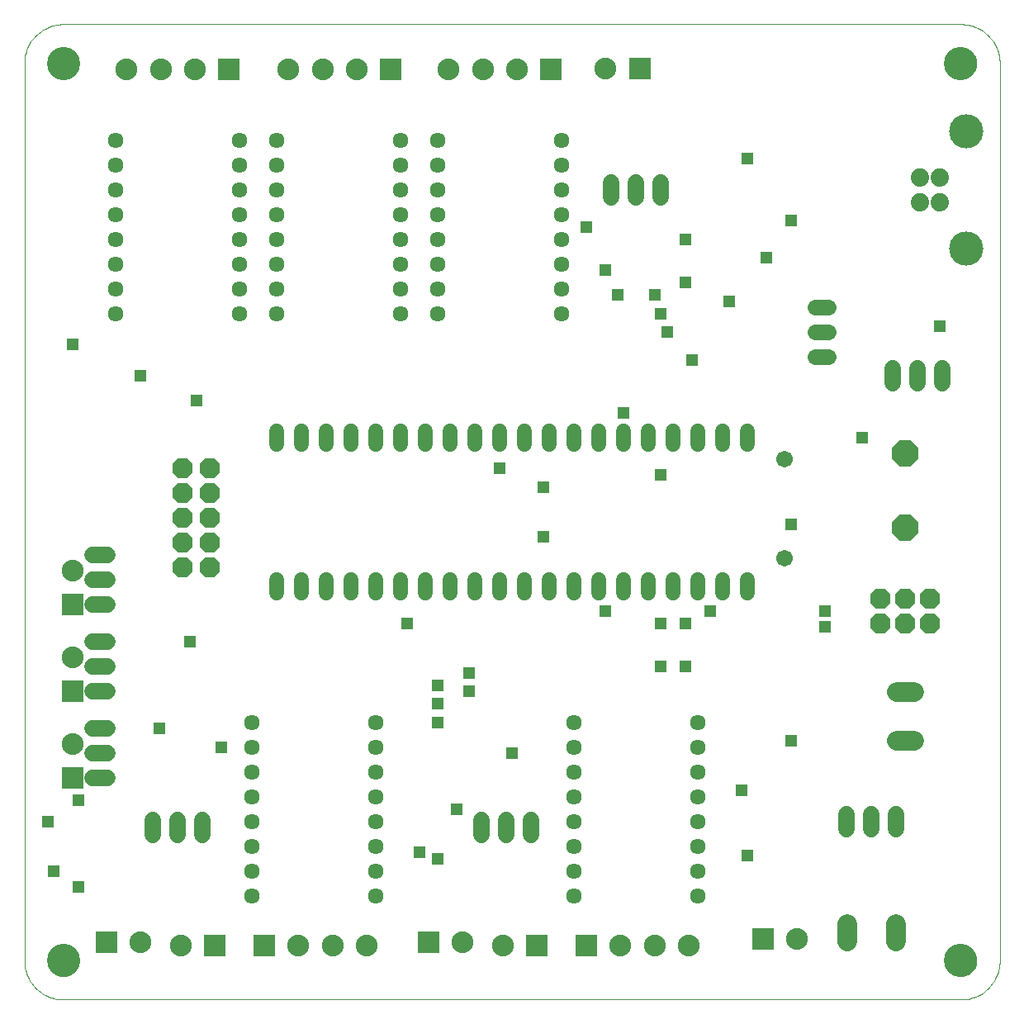
<source format=gbs>
G75*
G70*
%OFA0B0*%
%FSLAX24Y24*%
%IPPOS*%
%LPD*%
%AMOC8*
5,1,8,0,0,1.08239X$1,22.5*
%
%ADD10C,0.0740*%
%ADD11C,0.1380*%
%ADD12C,0.0600*%
%ADD13C,0.0671*%
%ADD14OC8,0.0820*%
%ADD15C,0.0785*%
%ADD16R,0.0880X0.0880*%
%ADD17C,0.0880*%
%ADD18C,0.0680*%
%ADD19C,0.0634*%
%ADD20C,0.0674*%
%ADD21C,0.0000*%
%ADD22C,0.1340*%
%ADD23OC8,0.1080*%
%ADD24C,0.0640*%
%ADD25R,0.0476X0.0476*%
D10*
X040786Y035609D03*
X041566Y035609D03*
X041566Y036593D03*
X040786Y036593D03*
D11*
X042636Y038471D03*
X042636Y033731D03*
D12*
X033816Y026361D02*
X033816Y025841D01*
X032816Y025841D02*
X032816Y026361D01*
X031816Y026361D02*
X031816Y025841D01*
X030816Y025841D02*
X030816Y026361D01*
X029816Y026361D02*
X029816Y025841D01*
X028816Y025841D02*
X028816Y026361D01*
X027816Y026361D02*
X027816Y025841D01*
X026816Y025841D02*
X026816Y026361D01*
X025816Y026361D02*
X025816Y025841D01*
X024816Y025841D02*
X024816Y026361D01*
X023816Y026361D02*
X023816Y025841D01*
X022816Y025841D02*
X022816Y026361D01*
X021816Y026361D02*
X021816Y025841D01*
X020816Y025841D02*
X020816Y026361D01*
X019816Y026361D02*
X019816Y025841D01*
X018816Y025841D02*
X018816Y026361D01*
X017816Y026361D02*
X017816Y025841D01*
X016816Y025841D02*
X016816Y026361D01*
X015816Y026361D02*
X015816Y025841D01*
X014816Y025841D02*
X014816Y026361D01*
X014816Y020361D02*
X014816Y019841D01*
X015816Y019841D02*
X015816Y020361D01*
X016816Y020361D02*
X016816Y019841D01*
X017816Y019841D02*
X017816Y020361D01*
X018816Y020361D02*
X018816Y019841D01*
X019816Y019841D02*
X019816Y020361D01*
X020816Y020361D02*
X020816Y019841D01*
X021816Y019841D02*
X021816Y020361D01*
X022816Y020361D02*
X022816Y019841D01*
X023816Y019841D02*
X023816Y020361D01*
X024816Y020361D02*
X024816Y019841D01*
X025816Y019841D02*
X025816Y020361D01*
X026816Y020361D02*
X026816Y019841D01*
X027816Y019841D02*
X027816Y020361D01*
X028816Y020361D02*
X028816Y019841D01*
X029816Y019841D02*
X029816Y020361D01*
X030816Y020361D02*
X030816Y019841D01*
X031816Y019841D02*
X031816Y020361D01*
X032816Y020361D02*
X032816Y019841D01*
X033816Y019841D02*
X033816Y020361D01*
D13*
X035316Y021226D03*
X035316Y025226D03*
D14*
X039191Y019601D03*
X040191Y019601D03*
X041191Y019601D03*
X041191Y018601D03*
X040191Y018601D03*
X039191Y018601D03*
X012116Y020851D03*
X011016Y020851D03*
X011016Y021851D03*
X011016Y022851D03*
X011016Y023851D03*
X011016Y024851D03*
X012116Y024851D03*
X012116Y023851D03*
X012116Y022851D03*
X012116Y021851D03*
D15*
X037831Y006453D02*
X037831Y005748D01*
X039800Y005748D02*
X039800Y006453D01*
X039838Y013866D02*
X040543Y013866D01*
X040543Y015835D02*
X039838Y015835D01*
D16*
X034441Y005851D03*
X027316Y005601D03*
X025316Y005601D03*
X020941Y005726D03*
X014316Y005601D03*
X012316Y005601D03*
X007941Y005726D03*
X006566Y012351D03*
X006566Y015851D03*
X006566Y019351D03*
X012887Y040975D03*
X019422Y040975D03*
X025887Y040975D03*
X029469Y040998D03*
D17*
X028091Y040998D03*
X024509Y040975D03*
X023131Y040975D03*
X021753Y040975D03*
X018044Y040975D03*
X016666Y040975D03*
X015288Y040975D03*
X011509Y040975D03*
X010131Y040975D03*
X008753Y040975D03*
X006566Y020729D03*
X006566Y017229D03*
X006566Y013729D03*
X009319Y005726D03*
X010938Y005601D03*
X015694Y005601D03*
X017072Y005601D03*
X018450Y005601D03*
X022319Y005726D03*
X023938Y005601D03*
X028694Y005601D03*
X030072Y005601D03*
X031450Y005601D03*
X035819Y005851D03*
D18*
X037816Y010301D02*
X037816Y010901D01*
X038816Y010901D02*
X038816Y010301D01*
X039816Y010301D02*
X039816Y010901D01*
X025066Y010651D02*
X025066Y010051D01*
X024066Y010051D02*
X024066Y010651D01*
X023066Y010651D02*
X023066Y010051D01*
X011816Y010051D02*
X011816Y010651D01*
X010816Y010651D02*
X010816Y010051D01*
X009816Y010051D02*
X009816Y010651D01*
X028316Y035801D02*
X028316Y036401D01*
X029316Y036401D02*
X029316Y035801D01*
X030316Y035801D02*
X030316Y036401D01*
X039691Y028901D02*
X039691Y028301D01*
X040691Y028301D02*
X040691Y028901D01*
X041691Y028901D02*
X041691Y028301D01*
D19*
X031816Y014601D03*
X031816Y013601D03*
X031816Y012601D03*
X031816Y011601D03*
X031816Y010601D03*
X031816Y009601D03*
X031816Y008601D03*
X031816Y007601D03*
X026816Y007601D03*
X026816Y008601D03*
X026816Y009601D03*
X026816Y010601D03*
X026816Y011601D03*
X026816Y012601D03*
X026816Y013601D03*
X026816Y014601D03*
X018816Y014601D03*
X018816Y013601D03*
X018816Y012601D03*
X018816Y011601D03*
X018816Y010601D03*
X018816Y009601D03*
X018816Y008601D03*
X018816Y007601D03*
X013816Y007601D03*
X013816Y008601D03*
X013816Y009601D03*
X013816Y010601D03*
X013816Y011601D03*
X013816Y012601D03*
X013816Y013601D03*
X013816Y014601D03*
X013316Y031101D03*
X013316Y032101D03*
X013316Y033101D03*
X013316Y034101D03*
X013316Y035101D03*
X013316Y036101D03*
X013316Y037101D03*
X013316Y038101D03*
X014816Y038101D03*
X014816Y037101D03*
X014816Y036101D03*
X014816Y035101D03*
X014816Y034101D03*
X014816Y033101D03*
X014816Y032101D03*
X014816Y031101D03*
X019816Y031101D03*
X019816Y032101D03*
X019816Y033101D03*
X019816Y034101D03*
X019816Y035101D03*
X019816Y036101D03*
X019816Y037101D03*
X019816Y038101D03*
X021316Y038101D03*
X021316Y037101D03*
X021316Y036101D03*
X021316Y035101D03*
X021316Y034101D03*
X021316Y033101D03*
X021316Y032101D03*
X021316Y031101D03*
X026316Y031101D03*
X026316Y032101D03*
X026316Y033101D03*
X026316Y034101D03*
X026316Y035101D03*
X026316Y036101D03*
X026316Y037101D03*
X026316Y038101D03*
X008316Y038101D03*
X008316Y037101D03*
X008316Y036101D03*
X008316Y035101D03*
X008316Y034101D03*
X008316Y033101D03*
X008316Y032101D03*
X008316Y031101D03*
D20*
X007988Y021351D02*
X007394Y021351D01*
X007394Y020351D02*
X007988Y020351D01*
X007988Y019351D02*
X007394Y019351D01*
X007394Y017851D02*
X007988Y017851D01*
X007988Y016851D02*
X007394Y016851D01*
X007394Y015851D02*
X007988Y015851D01*
X007988Y014351D02*
X007394Y014351D01*
X007394Y013351D02*
X007988Y013351D01*
X007988Y012351D02*
X007394Y012351D01*
D21*
X004631Y004990D02*
X004631Y041211D01*
X005576Y041211D02*
X005578Y041261D01*
X005584Y041311D01*
X005594Y041360D01*
X005608Y041408D01*
X005625Y041455D01*
X005646Y041500D01*
X005671Y041544D01*
X005699Y041585D01*
X005731Y041624D01*
X005765Y041661D01*
X005802Y041695D01*
X005842Y041725D01*
X005884Y041752D01*
X005928Y041776D01*
X005974Y041797D01*
X006021Y041813D01*
X006069Y041826D01*
X006119Y041835D01*
X006168Y041840D01*
X006219Y041841D01*
X006269Y041838D01*
X006318Y041831D01*
X006367Y041820D01*
X006415Y041805D01*
X006461Y041787D01*
X006506Y041765D01*
X006549Y041739D01*
X006590Y041710D01*
X006629Y041678D01*
X006665Y041643D01*
X006697Y041605D01*
X006727Y041565D01*
X006754Y041522D01*
X006777Y041478D01*
X006796Y041432D01*
X006812Y041384D01*
X006824Y041335D01*
X006832Y041286D01*
X006836Y041236D01*
X006836Y041186D01*
X006832Y041136D01*
X006824Y041087D01*
X006812Y041038D01*
X006796Y040990D01*
X006777Y040944D01*
X006754Y040900D01*
X006727Y040857D01*
X006697Y040817D01*
X006665Y040779D01*
X006629Y040744D01*
X006590Y040712D01*
X006549Y040683D01*
X006506Y040657D01*
X006461Y040635D01*
X006415Y040617D01*
X006367Y040602D01*
X006318Y040591D01*
X006269Y040584D01*
X006219Y040581D01*
X006168Y040582D01*
X006119Y040587D01*
X006069Y040596D01*
X006021Y040609D01*
X005974Y040625D01*
X005928Y040646D01*
X005884Y040670D01*
X005842Y040697D01*
X005802Y040727D01*
X005765Y040761D01*
X005731Y040798D01*
X005699Y040837D01*
X005671Y040878D01*
X005646Y040922D01*
X005625Y040967D01*
X005608Y041014D01*
X005594Y041062D01*
X005584Y041111D01*
X005578Y041161D01*
X005576Y041211D01*
X004631Y041211D02*
X004633Y041288D01*
X004639Y041365D01*
X004648Y041442D01*
X004661Y041518D01*
X004678Y041594D01*
X004699Y041668D01*
X004723Y041742D01*
X004751Y041814D01*
X004782Y041884D01*
X004817Y041953D01*
X004855Y042021D01*
X004896Y042086D01*
X004941Y042149D01*
X004989Y042210D01*
X005039Y042269D01*
X005092Y042325D01*
X005148Y042378D01*
X005207Y042428D01*
X005268Y042476D01*
X005331Y042521D01*
X005396Y042562D01*
X005464Y042600D01*
X005533Y042635D01*
X005603Y042666D01*
X005675Y042694D01*
X005749Y042718D01*
X005823Y042739D01*
X005899Y042756D01*
X005975Y042769D01*
X006052Y042778D01*
X006129Y042784D01*
X006206Y042786D01*
X042426Y042786D01*
X041796Y041211D02*
X041798Y041261D01*
X041804Y041311D01*
X041814Y041360D01*
X041828Y041408D01*
X041845Y041455D01*
X041866Y041500D01*
X041891Y041544D01*
X041919Y041585D01*
X041951Y041624D01*
X041985Y041661D01*
X042022Y041695D01*
X042062Y041725D01*
X042104Y041752D01*
X042148Y041776D01*
X042194Y041797D01*
X042241Y041813D01*
X042289Y041826D01*
X042339Y041835D01*
X042388Y041840D01*
X042439Y041841D01*
X042489Y041838D01*
X042538Y041831D01*
X042587Y041820D01*
X042635Y041805D01*
X042681Y041787D01*
X042726Y041765D01*
X042769Y041739D01*
X042810Y041710D01*
X042849Y041678D01*
X042885Y041643D01*
X042917Y041605D01*
X042947Y041565D01*
X042974Y041522D01*
X042997Y041478D01*
X043016Y041432D01*
X043032Y041384D01*
X043044Y041335D01*
X043052Y041286D01*
X043056Y041236D01*
X043056Y041186D01*
X043052Y041136D01*
X043044Y041087D01*
X043032Y041038D01*
X043016Y040990D01*
X042997Y040944D01*
X042974Y040900D01*
X042947Y040857D01*
X042917Y040817D01*
X042885Y040779D01*
X042849Y040744D01*
X042810Y040712D01*
X042769Y040683D01*
X042726Y040657D01*
X042681Y040635D01*
X042635Y040617D01*
X042587Y040602D01*
X042538Y040591D01*
X042489Y040584D01*
X042439Y040581D01*
X042388Y040582D01*
X042339Y040587D01*
X042289Y040596D01*
X042241Y040609D01*
X042194Y040625D01*
X042148Y040646D01*
X042104Y040670D01*
X042062Y040697D01*
X042022Y040727D01*
X041985Y040761D01*
X041951Y040798D01*
X041919Y040837D01*
X041891Y040878D01*
X041866Y040922D01*
X041845Y040967D01*
X041828Y041014D01*
X041814Y041062D01*
X041804Y041111D01*
X041798Y041161D01*
X041796Y041211D01*
X042426Y042786D02*
X042503Y042784D01*
X042580Y042778D01*
X042657Y042769D01*
X042733Y042756D01*
X042809Y042739D01*
X042883Y042718D01*
X042957Y042694D01*
X043029Y042666D01*
X043099Y042635D01*
X043168Y042600D01*
X043236Y042562D01*
X043301Y042521D01*
X043364Y042476D01*
X043425Y042428D01*
X043484Y042378D01*
X043540Y042325D01*
X043593Y042269D01*
X043643Y042210D01*
X043691Y042149D01*
X043736Y042086D01*
X043777Y042021D01*
X043815Y041953D01*
X043850Y041884D01*
X043881Y041814D01*
X043909Y041742D01*
X043933Y041668D01*
X043954Y041594D01*
X043971Y041518D01*
X043984Y041442D01*
X043993Y041365D01*
X043999Y041288D01*
X044001Y041211D01*
X044001Y004990D01*
X041796Y004990D02*
X041798Y005040D01*
X041804Y005090D01*
X041814Y005139D01*
X041828Y005187D01*
X041845Y005234D01*
X041866Y005279D01*
X041891Y005323D01*
X041919Y005364D01*
X041951Y005403D01*
X041985Y005440D01*
X042022Y005474D01*
X042062Y005504D01*
X042104Y005531D01*
X042148Y005555D01*
X042194Y005576D01*
X042241Y005592D01*
X042289Y005605D01*
X042339Y005614D01*
X042388Y005619D01*
X042439Y005620D01*
X042489Y005617D01*
X042538Y005610D01*
X042587Y005599D01*
X042635Y005584D01*
X042681Y005566D01*
X042726Y005544D01*
X042769Y005518D01*
X042810Y005489D01*
X042849Y005457D01*
X042885Y005422D01*
X042917Y005384D01*
X042947Y005344D01*
X042974Y005301D01*
X042997Y005257D01*
X043016Y005211D01*
X043032Y005163D01*
X043044Y005114D01*
X043052Y005065D01*
X043056Y005015D01*
X043056Y004965D01*
X043052Y004915D01*
X043044Y004866D01*
X043032Y004817D01*
X043016Y004769D01*
X042997Y004723D01*
X042974Y004679D01*
X042947Y004636D01*
X042917Y004596D01*
X042885Y004558D01*
X042849Y004523D01*
X042810Y004491D01*
X042769Y004462D01*
X042726Y004436D01*
X042681Y004414D01*
X042635Y004396D01*
X042587Y004381D01*
X042538Y004370D01*
X042489Y004363D01*
X042439Y004360D01*
X042388Y004361D01*
X042339Y004366D01*
X042289Y004375D01*
X042241Y004388D01*
X042194Y004404D01*
X042148Y004425D01*
X042104Y004449D01*
X042062Y004476D01*
X042022Y004506D01*
X041985Y004540D01*
X041951Y004577D01*
X041919Y004616D01*
X041891Y004657D01*
X041866Y004701D01*
X041845Y004746D01*
X041828Y004793D01*
X041814Y004841D01*
X041804Y004890D01*
X041798Y004940D01*
X041796Y004990D01*
X042426Y003415D02*
X042503Y003417D01*
X042580Y003423D01*
X042657Y003432D01*
X042733Y003445D01*
X042809Y003462D01*
X042883Y003483D01*
X042957Y003507D01*
X043029Y003535D01*
X043099Y003566D01*
X043168Y003601D01*
X043236Y003639D01*
X043301Y003680D01*
X043364Y003725D01*
X043425Y003773D01*
X043484Y003823D01*
X043540Y003876D01*
X043593Y003932D01*
X043643Y003991D01*
X043691Y004052D01*
X043736Y004115D01*
X043777Y004180D01*
X043815Y004248D01*
X043850Y004317D01*
X043881Y004387D01*
X043909Y004459D01*
X043933Y004533D01*
X043954Y004607D01*
X043971Y004683D01*
X043984Y004759D01*
X043993Y004836D01*
X043999Y004913D01*
X044001Y004990D01*
X042426Y003416D02*
X006206Y003416D01*
X005576Y004990D02*
X005578Y005040D01*
X005584Y005090D01*
X005594Y005139D01*
X005608Y005187D01*
X005625Y005234D01*
X005646Y005279D01*
X005671Y005323D01*
X005699Y005364D01*
X005731Y005403D01*
X005765Y005440D01*
X005802Y005474D01*
X005842Y005504D01*
X005884Y005531D01*
X005928Y005555D01*
X005974Y005576D01*
X006021Y005592D01*
X006069Y005605D01*
X006119Y005614D01*
X006168Y005619D01*
X006219Y005620D01*
X006269Y005617D01*
X006318Y005610D01*
X006367Y005599D01*
X006415Y005584D01*
X006461Y005566D01*
X006506Y005544D01*
X006549Y005518D01*
X006590Y005489D01*
X006629Y005457D01*
X006665Y005422D01*
X006697Y005384D01*
X006727Y005344D01*
X006754Y005301D01*
X006777Y005257D01*
X006796Y005211D01*
X006812Y005163D01*
X006824Y005114D01*
X006832Y005065D01*
X006836Y005015D01*
X006836Y004965D01*
X006832Y004915D01*
X006824Y004866D01*
X006812Y004817D01*
X006796Y004769D01*
X006777Y004723D01*
X006754Y004679D01*
X006727Y004636D01*
X006697Y004596D01*
X006665Y004558D01*
X006629Y004523D01*
X006590Y004491D01*
X006549Y004462D01*
X006506Y004436D01*
X006461Y004414D01*
X006415Y004396D01*
X006367Y004381D01*
X006318Y004370D01*
X006269Y004363D01*
X006219Y004360D01*
X006168Y004361D01*
X006119Y004366D01*
X006069Y004375D01*
X006021Y004388D01*
X005974Y004404D01*
X005928Y004425D01*
X005884Y004449D01*
X005842Y004476D01*
X005802Y004506D01*
X005765Y004540D01*
X005731Y004577D01*
X005699Y004616D01*
X005671Y004657D01*
X005646Y004701D01*
X005625Y004746D01*
X005608Y004793D01*
X005594Y004841D01*
X005584Y004890D01*
X005578Y004940D01*
X005576Y004990D01*
X004631Y004990D02*
X004633Y004913D01*
X004639Y004836D01*
X004648Y004759D01*
X004661Y004683D01*
X004678Y004607D01*
X004699Y004533D01*
X004723Y004459D01*
X004751Y004387D01*
X004782Y004317D01*
X004817Y004248D01*
X004855Y004180D01*
X004896Y004115D01*
X004941Y004052D01*
X004989Y003991D01*
X005039Y003932D01*
X005092Y003876D01*
X005148Y003823D01*
X005207Y003773D01*
X005268Y003725D01*
X005331Y003680D01*
X005396Y003639D01*
X005464Y003601D01*
X005533Y003566D01*
X005603Y003535D01*
X005675Y003507D01*
X005749Y003483D01*
X005823Y003462D01*
X005899Y003445D01*
X005975Y003432D01*
X006052Y003423D01*
X006129Y003417D01*
X006206Y003415D01*
D22*
X006206Y004990D03*
X042426Y004990D03*
X042426Y041211D03*
X006206Y041211D03*
D23*
X040191Y025476D03*
X040191Y022476D03*
D24*
X037096Y029351D02*
X036536Y029351D01*
X036536Y030351D02*
X037096Y030351D01*
X037096Y031351D02*
X036536Y031351D01*
D25*
X034566Y033351D03*
X035566Y034851D03*
X033816Y037351D03*
X031316Y034101D03*
X031316Y032351D03*
X030066Y031851D03*
X030316Y031101D03*
X030566Y030351D03*
X031566Y029226D03*
X033066Y031601D03*
X028566Y031851D03*
X028066Y032851D03*
X027316Y034601D03*
X028816Y027101D03*
X030316Y024601D03*
X025566Y024101D03*
X023816Y024851D03*
X025566Y022101D03*
X028066Y019101D03*
X030316Y018601D03*
X031316Y018601D03*
X032316Y019101D03*
X031316Y016851D03*
X030316Y016851D03*
X035591Y013868D03*
X033566Y011851D03*
X033816Y009226D03*
X036941Y018476D03*
X036941Y019101D03*
X035566Y022601D03*
X038441Y026101D03*
X041566Y030601D03*
X024316Y013351D03*
X022566Y015851D03*
X022566Y016601D03*
X021316Y016101D03*
X021316Y015351D03*
X021316Y014601D03*
X022066Y011101D03*
X021316Y009101D03*
X020566Y009351D03*
X012566Y013601D03*
X010066Y014351D03*
X006816Y011476D03*
X005566Y010601D03*
X005816Y008601D03*
X006816Y007976D03*
X011316Y017851D03*
X020066Y018601D03*
X011566Y027601D03*
X009316Y028601D03*
X006566Y029851D03*
M02*

</source>
